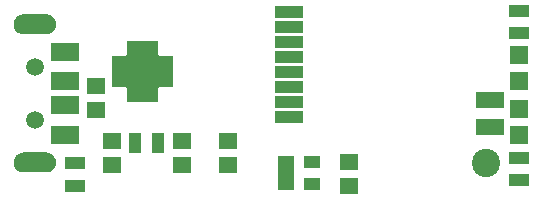
<source format=gbr>
G04 #@! TF.GenerationSoftware,KiCad,Pcbnew,(6.0.0-rc1-dev-438-g6845ac2cc-dirty)*
G04 #@! TF.CreationDate,2018-08-30T21:51:26+02:00*
G04 #@! TF.ProjectId,RapTorS,526170546F72532E6B696361645F7063,rev?*
G04 #@! TF.SameCoordinates,Original*
G04 #@! TF.FileFunction,Soldermask,Top*
G04 #@! TF.FilePolarity,Negative*
%FSLAX46Y46*%
G04 Gerber Fmt 4.6, Leading zero omitted, Abs format (unit mm)*
G04 Created by KiCad (PCBNEW (6.0.0-rc1-dev-438-g6845ac2cc-dirty)) date 2018 August 30, Thursday 21:51:26*
%MOMM*%
%LPD*%
G01*
G04 APERTURE LIST*
%ADD10R,1.650000X1.400000*%
%ADD11C,2.400000*%
%ADD12R,2.400000X1.400000*%
%ADD13R,2.400000X1.100000*%
%ADD14R,0.750000X1.200000*%
%ADD15R,1.200000X0.750000*%
%ADD16R,1.650000X1.650000*%
%ADD17R,1.100000X1.700000*%
%ADD18R,1.600000X1.600000*%
%ADD19C,0.100000*%
%ADD20C,1.700000*%
%ADD21C,1.500000*%
%ADD22R,2.400000X1.600000*%
%ADD23R,1.700000X1.100000*%
%ADD24R,1.460000X1.050000*%
G04 APERTURE END LIST*
D10*
G04 #@! TO.C,C3*
X157835600Y-104700000D03*
X157835600Y-106700000D03*
G04 #@! TD*
G04 #@! TO.C,C6*
X168122600Y-106508800D03*
X168122600Y-108508800D03*
G04 #@! TD*
G04 #@! TO.C,C4*
X146685000Y-100082600D03*
X146685000Y-102082600D03*
G04 #@! TD*
G04 #@! TO.C,C2*
X153949400Y-104700000D03*
X153949400Y-106700000D03*
G04 #@! TD*
G04 #@! TO.C,C1*
X148031200Y-104700000D03*
X148031200Y-106700000D03*
G04 #@! TD*
D11*
G04 #@! TO.C,ANT1*
X179679600Y-106603800D03*
G04 #@! TD*
D12*
G04 #@! TO.C,U3*
X180026600Y-101271000D03*
D13*
X163026600Y-102711000D03*
X163026600Y-101441000D03*
X163026600Y-100171000D03*
X163026600Y-98901000D03*
X163026600Y-97631000D03*
X163026600Y-96361000D03*
X163026600Y-95091000D03*
D12*
X180026600Y-103551000D03*
D13*
X163026600Y-93821000D03*
G04 #@! TD*
D14*
G04 #@! TO.C,U1*
X149662600Y-100787200D03*
X150312600Y-100787200D03*
X150962600Y-100787200D03*
X151612600Y-100787200D03*
D15*
X152637600Y-99762200D03*
X152637600Y-99112200D03*
X152637600Y-98462200D03*
X152637600Y-97812200D03*
D14*
X151612600Y-96787200D03*
X150962600Y-96787200D03*
X150312600Y-96787200D03*
X149662600Y-96787200D03*
D15*
X148637600Y-97812200D03*
X148637600Y-98462200D03*
X148637600Y-99112200D03*
X148637600Y-99762200D03*
D16*
X151262600Y-98162200D03*
X150012600Y-98162200D03*
X151262600Y-99412200D03*
X150012600Y-99412200D03*
G04 #@! TD*
D17*
G04 #@! TO.C,L1*
X150017400Y-104851200D03*
X151917400Y-104851200D03*
G04 #@! TD*
D18*
G04 #@! TO.C,D2*
X182499000Y-97426600D03*
X182499000Y-99626600D03*
G04 #@! TD*
G04 #@! TO.C,D1*
X182499000Y-104190800D03*
X182499000Y-101990800D03*
G04 #@! TD*
D19*
G04 #@! TO.C,J1*
G36*
X142543515Y-105664692D02*
X142626027Y-105676932D01*
X142706942Y-105697200D01*
X142785481Y-105725301D01*
X142860887Y-105760966D01*
X142932435Y-105803850D01*
X142999434Y-105853540D01*
X143061241Y-105909558D01*
X143117259Y-105971365D01*
X143166949Y-106038364D01*
X143209833Y-106109912D01*
X143245498Y-106185318D01*
X143273599Y-106263857D01*
X143293867Y-106344772D01*
X143306107Y-106427284D01*
X143310200Y-106510599D01*
X143310200Y-106510601D01*
X143306107Y-106593916D01*
X143293867Y-106676428D01*
X143273599Y-106757343D01*
X143245498Y-106835882D01*
X143209833Y-106911288D01*
X143166949Y-106982836D01*
X143117259Y-107049835D01*
X143061241Y-107111642D01*
X142999434Y-107167660D01*
X142932435Y-107217350D01*
X142860887Y-107260234D01*
X142785481Y-107295899D01*
X142706942Y-107324000D01*
X142626027Y-107344268D01*
X142543515Y-107356508D01*
X142460200Y-107360601D01*
X140560200Y-107360601D01*
X140476885Y-107356508D01*
X140394373Y-107344268D01*
X140313458Y-107324000D01*
X140234919Y-107295899D01*
X140159513Y-107260234D01*
X140087965Y-107217350D01*
X140020966Y-107167660D01*
X139959159Y-107111642D01*
X139903141Y-107049835D01*
X139853451Y-106982836D01*
X139810567Y-106911288D01*
X139774902Y-106835882D01*
X139746801Y-106757343D01*
X139726533Y-106676428D01*
X139714293Y-106593916D01*
X139710200Y-106510601D01*
X139710200Y-106510599D01*
X139714293Y-106427284D01*
X139726533Y-106344772D01*
X139746801Y-106263857D01*
X139774902Y-106185318D01*
X139810567Y-106109912D01*
X139853451Y-106038364D01*
X139903141Y-105971365D01*
X139959159Y-105909558D01*
X140020966Y-105853540D01*
X140087965Y-105803850D01*
X140159513Y-105760966D01*
X140234919Y-105725301D01*
X140313458Y-105697200D01*
X140394373Y-105676932D01*
X140476885Y-105664692D01*
X140560200Y-105660599D01*
X142460200Y-105660599D01*
X142543515Y-105664692D01*
X142543515Y-105664692D01*
G37*
D20*
X141510200Y-106510600D03*
D19*
G36*
X142543515Y-93964692D02*
X142626027Y-93976932D01*
X142706942Y-93997200D01*
X142785481Y-94025301D01*
X142860887Y-94060966D01*
X142932435Y-94103850D01*
X142999434Y-94153540D01*
X143061241Y-94209558D01*
X143117259Y-94271365D01*
X143166949Y-94338364D01*
X143209833Y-94409912D01*
X143245498Y-94485318D01*
X143273599Y-94563857D01*
X143293867Y-94644772D01*
X143306107Y-94727284D01*
X143310200Y-94810599D01*
X143310200Y-94810601D01*
X143306107Y-94893916D01*
X143293867Y-94976428D01*
X143273599Y-95057343D01*
X143245498Y-95135882D01*
X143209833Y-95211288D01*
X143166949Y-95282836D01*
X143117259Y-95349835D01*
X143061241Y-95411642D01*
X142999434Y-95467660D01*
X142932435Y-95517350D01*
X142860887Y-95560234D01*
X142785481Y-95595899D01*
X142706942Y-95624000D01*
X142626027Y-95644268D01*
X142543515Y-95656508D01*
X142460200Y-95660601D01*
X140560200Y-95660601D01*
X140476885Y-95656508D01*
X140394373Y-95644268D01*
X140313458Y-95624000D01*
X140234919Y-95595899D01*
X140159513Y-95560234D01*
X140087965Y-95517350D01*
X140020966Y-95467660D01*
X139959159Y-95411642D01*
X139903141Y-95349835D01*
X139853451Y-95282836D01*
X139810567Y-95211288D01*
X139774902Y-95135882D01*
X139746801Y-95057343D01*
X139726533Y-94976428D01*
X139714293Y-94893916D01*
X139710200Y-94810601D01*
X139710200Y-94810599D01*
X139714293Y-94727284D01*
X139726533Y-94644772D01*
X139746801Y-94563857D01*
X139774902Y-94485318D01*
X139810567Y-94409912D01*
X139853451Y-94338364D01*
X139903141Y-94271365D01*
X139959159Y-94209558D01*
X140020966Y-94153540D01*
X140087965Y-94103850D01*
X140159513Y-94060966D01*
X140234919Y-94025301D01*
X140313458Y-93997200D01*
X140394373Y-93976932D01*
X140476885Y-93964692D01*
X140560200Y-93960599D01*
X142460200Y-93960599D01*
X142543515Y-93964692D01*
X142543515Y-93964692D01*
G37*
D20*
X141510200Y-94810600D03*
D21*
X141510200Y-98410600D03*
X141510200Y-102910600D03*
D22*
X144110200Y-97160600D03*
X144110200Y-99660600D03*
X144110200Y-104160600D03*
X144110200Y-101660600D03*
G04 #@! TD*
D23*
G04 #@! TO.C,R3*
X182549800Y-93665000D03*
X182549800Y-95565000D03*
G04 #@! TD*
G04 #@! TO.C,R2*
X182499000Y-108026200D03*
X182499000Y-106126200D03*
G04 #@! TD*
G04 #@! TO.C,R1*
X144907000Y-106593600D03*
X144907000Y-108493600D03*
G04 #@! TD*
D24*
G04 #@! TO.C,U2*
X162814000Y-106481800D03*
X162814000Y-107431800D03*
X162814000Y-108381800D03*
X165014000Y-108381800D03*
X165014000Y-106481800D03*
G04 #@! TD*
M02*

</source>
